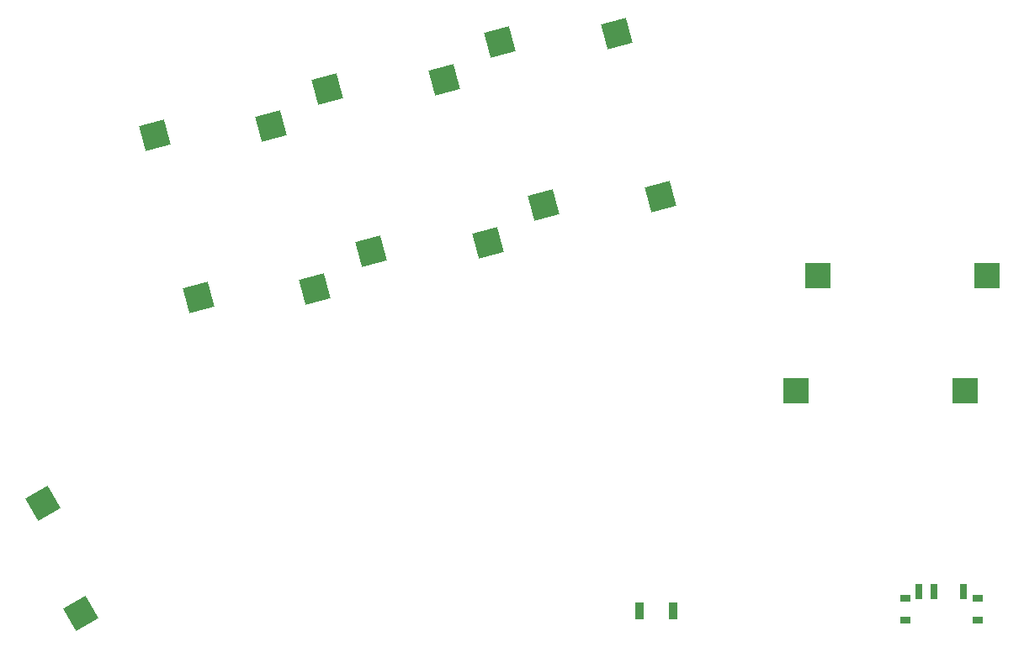
<source format=gbr>
%TF.GenerationSoftware,KiCad,Pcbnew,(6.0.5-0)*%
%TF.CreationDate,2022-07-11T16:51:09+02:00*%
%TF.ProjectId,kardV2,6b617264-5632-42e6-9b69-6361645f7063,v1.0.0*%
%TF.SameCoordinates,Original*%
%TF.FileFunction,Paste,Bot*%
%TF.FilePolarity,Positive*%
%FSLAX46Y46*%
G04 Gerber Fmt 4.6, Leading zero omitted, Abs format (unit mm)*
G04 Created by KiCad (PCBNEW (6.0.5-0)) date 2022-07-11 16:51:09*
%MOMM*%
%LPD*%
G01*
G04 APERTURE LIST*
G04 Aperture macros list*
%AMRotRect*
0 Rectangle, with rotation*
0 The origin of the aperture is its center*
0 $1 length*
0 $2 width*
0 $3 Rotation angle, in degrees counterclockwise*
0 Add horizontal line*
21,1,$1,$2,0,0,$3*%
G04 Aperture macros list end*
%ADD10RotRect,2.600000X2.600000X120.000000*%
%ADD11RotRect,2.600000X2.600000X15.000000*%
%ADD12R,2.600000X2.600000*%
%ADD13R,0.700000X1.500000*%
%ADD14R,1.000000X0.800000*%
%ADD15R,0.900000X1.700000*%
G04 APERTURE END LIST*
D10*
%TO.C,S1*%
X13871314Y-1152490D03*
X10001570Y9950103D03*
%TD*%
D11*
%TO.C,S3*%
X25670026Y30637851D03*
X37395871Y31502174D03*
%TD*%
%TO.C,S5*%
X21270102Y47058590D03*
X32995947Y47922913D03*
%TD*%
%TO.C,S7*%
X43056691Y35296594D03*
X54782536Y36160917D03*
%TD*%
%TO.C,S9*%
X38656767Y51717333D03*
X50382612Y52581656D03*
%TD*%
%TO.C,S11*%
X60443356Y39955336D03*
X72169201Y40819659D03*
%TD*%
%TO.C,S13*%
X56043432Y56376075D03*
X67769277Y57240398D03*
%TD*%
D12*
%TO.C,S15*%
X85812954Y21312809D03*
X88012954Y32862809D03*
%TD*%
%TO.C,S17*%
X102791388Y21313164D03*
X104991388Y32863164D03*
%TD*%
D13*
%TO.C,*%
X102691388Y1018164D03*
X99691388Y1018164D03*
X98191388Y1018164D03*
D14*
X104091388Y-1841836D03*
X96791388Y-1841836D03*
X96791388Y368164D03*
X104091388Y368164D03*
%TD*%
D15*
%TO.C,*%
X70062954Y-912191D03*
X73462954Y-912191D03*
%TD*%
M02*

</source>
